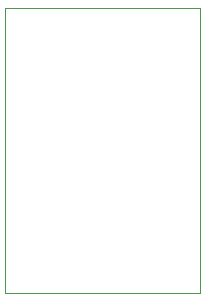
<source format=gbr>
%TF.GenerationSoftware,KiCad,Pcbnew,(5.1.8)-1*%
%TF.CreationDate,2023-01-12T00:20:28+03:00*%
%TF.ProjectId,LED8,4c454438-2e6b-4696-9361-645f70636258,rev?*%
%TF.SameCoordinates,Original*%
%TF.FileFunction,Profile,NP*%
%FSLAX46Y46*%
G04 Gerber Fmt 4.6, Leading zero omitted, Abs format (unit mm)*
G04 Created by KiCad (PCBNEW (5.1.8)-1) date 2023-01-12 00:20:28*
%MOMM*%
%LPD*%
G01*
G04 APERTURE LIST*
%TA.AperFunction,Profile*%
%ADD10C,0.050000*%
%TD*%
G04 APERTURE END LIST*
D10*
X63500000Y-45720000D02*
X63500000Y-21590000D01*
X80010000Y-45720000D02*
X63500000Y-45720000D01*
X80010000Y-21590000D02*
X80010000Y-45720000D01*
X63500000Y-21590000D02*
X80010000Y-21590000D01*
M02*

</source>
